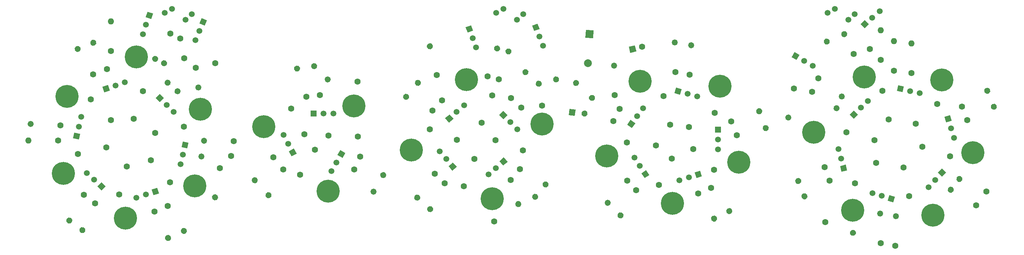
<source format=gbr>
%TF.GenerationSoftware,KiCad,Pcbnew,(5.1.7)-1*%
%TF.CreationDate,2021-06-30T17:19:35-05:00*%
%TF.ProjectId,ROLZRSTRIP,524f4c5a-5253-4545-9249-502e6b696361,rev?*%
%TF.SameCoordinates,Original*%
%TF.FileFunction,Copper,L2,Bot*%
%TF.FilePolarity,Positive*%
%FSLAX46Y46*%
G04 Gerber Fmt 4.6, Leading zero omitted, Abs format (unit mm)*
G04 Created by KiCad (PCBNEW (5.1.7)-1) date 2021-06-30 17:19:35*
%MOMM*%
%LPD*%
G01*
G04 APERTURE LIST*
%TA.AperFunction,ComponentPad*%
%ADD10C,5.900000*%
%TD*%
%TA.AperFunction,ComponentPad*%
%ADD11C,1.600000*%
%TD*%
%TA.AperFunction,ComponentPad*%
%ADD12C,0.100000*%
%TD*%
%TA.AperFunction,ComponentPad*%
%ADD13C,1.500000*%
%TD*%
%TA.AperFunction,ComponentPad*%
%ADD14C,2.000000*%
%TD*%
%TA.AperFunction,ComponentPad*%
%ADD15O,1.600000X1.600000*%
%TD*%
%TA.AperFunction,ComponentPad*%
%ADD16R,1.500000X1.500000*%
%TD*%
G04 APERTURE END LIST*
D10*
%TO.P,REF\u002A\u002A,*%
%TO.N,*%
X254640000Y-147160000D03*
%TD*%
%TO.P,REF\u002A\u002A,*%
%TO.N,*%
X256890000Y-112360000D03*
%TD*%
%TO.P,REF\u002A\u002A,*%
%TO.N,*%
X237030000Y-111540000D03*
%TD*%
%TO.P,REF\u002A\u002A,*%
%TO.N,*%
X264900000Y-131000000D03*
%TD*%
%TO.P,REF\u002A\u002A,*%
%TO.N,*%
X234050000Y-145890000D03*
%TD*%
%TO.P,REF\u002A\u002A,*%
%TO.N,*%
X224090000Y-125790000D03*
%TD*%
%TO.P,REF\u002A\u002A,*%
%TO.N,*%
X179580000Y-112700000D03*
%TD*%
%TO.P,REF\u002A\u002A,*%
%TO.N,*%
X200050000Y-113910000D03*
%TD*%
%TO.P,REF\u002A\u002A,*%
%TO.N,*%
X187880000Y-144100000D03*
%TD*%
%TO.P,REF\u002A\u002A,*%
%TO.N,*%
X170960000Y-131860000D03*
%TD*%
%TO.P,REF\u002A\u002A,*%
%TO.N,*%
X204880000Y-133510000D03*
%TD*%
%TO.P,REF\u002A\u002A,*%
%TO.N,*%
X141580000Y-142870000D03*
%TD*%
%TO.P,REF\u002A\u002A,*%
%TO.N,*%
X120850000Y-130360000D03*
%TD*%
%TO.P,REF\u002A\u002A,*%
%TO.N,*%
X135010000Y-112250000D03*
%TD*%
%TO.P,REF\u002A\u002A,*%
%TO.N,*%
X154370000Y-123680000D03*
%TD*%
%TO.P,REF\u002A\u002A,*%
%TO.N,*%
X99550000Y-140980000D03*
%TD*%
%TO.P,REF\u002A\u002A,*%
%TO.N,*%
X66810000Y-119890000D03*
%TD*%
%TO.P,REF\u002A\u002A,*%
%TO.N,*%
X106160000Y-119000000D03*
%TD*%
%TO.P,REF\u002A\u002A,*%
%TO.N,*%
X32600000Y-116570000D03*
%TD*%
%TO.P,REF\u002A\u002A,*%
%TO.N,*%
X50370000Y-106410000D03*
%TD*%
%TO.P,REF\u002A\u002A,*%
%TO.N,*%
X83060000Y-124370000D03*
%TD*%
%TO.P,REF\u002A\u002A,*%
%TO.N,*%
X47590000Y-147900000D03*
%TD*%
%TO.P,REF\u002A\u002A,*%
%TO.N,*%
X31620000Y-136390000D03*
%TD*%
%TO.P,REF\u002A\u002A,*%
%TO.N,*%
X65360000Y-139580000D03*
%TD*%
%TO.P,REF\u002A\u002A,2*%
%TO.N,N/C*%
%TA.AperFunction,ComponentPad*%
G36*
G01*
X100226613Y-112244261D02*
X100226613Y-112244261D01*
G75*
G02*
X99372757Y-112986507I-798051J55805D01*
G01*
X99372757Y-112986507D01*
G75*
G02*
X98630511Y-112132651I55805J798051D01*
G01*
X98630511Y-112132651D01*
G75*
G02*
X99484367Y-111390405I798051J-55805D01*
G01*
X99484367Y-111390405D01*
G75*
G02*
X100226613Y-112244261I-55805J-798051D01*
G01*
G37*
%TD.AperFunction*%
D11*
%TO.P,REF\u002A\u002A,1*%
X107030000Y-112720000D03*
%TD*%
%TO.P,REF\u002A\u002A,1*%
%TO.N,N/C*%
X128730000Y-117550000D03*
%TO.P,REF\u002A\u002A,2*%
%TA.AperFunction,ComponentPad*%
G36*
G01*
X123212505Y-113541304D02*
X123212505Y-113541304D01*
G75*
G02*
X122095063Y-113718290I-647214J470228D01*
G01*
X122095063Y-113718290D01*
G75*
G02*
X121918077Y-112600848I470228J647214D01*
G01*
X121918077Y-112600848D01*
G75*
G02*
X123035519Y-112423862I647214J-470228D01*
G01*
X123035519Y-112423862D01*
G75*
G02*
X123212505Y-113541304I-470228J-647214D01*
G01*
G37*
%TD.AperFunction*%
%TD*%
%TO.P,REF\u002A\u002A,1*%
%TO.N,N/C*%
X88060000Y-135370000D03*
%TO.P,REF\u002A\u002A,2*%
%TA.AperFunction,ComponentPad*%
G36*
G01*
X84650000Y-141276294D02*
X84650000Y-141276294D01*
G75*
G02*
X84942820Y-142369114I-400000J-692820D01*
G01*
X84942820Y-142369114D01*
G75*
G02*
X83850000Y-142661934I-692820J400000D01*
G01*
X83850000Y-142661934D01*
G75*
G02*
X83557180Y-141569114I400000J692820D01*
G01*
X83557180Y-141569114D01*
G75*
G02*
X84650000Y-141276294I692820J-400000D01*
G01*
G37*
%TD.AperFunction*%
%TD*%
%TA.AperFunction,ComponentPad*%
D12*
%TO.P,REF\u002A\u002A,1*%
%TO.N,N/C*%
G36*
X66486573Y-97787330D02*
G01*
X67072670Y-96406573D01*
X68453427Y-96992670D01*
X67867330Y-98373427D01*
X66486573Y-97787330D01*
G37*
%TD.AperFunction*%
D13*
%TO.P,REF\u002A\u002A,3*%
X65485086Y-102066165D03*
%TO.P,REF\u002A\u002A,2*%
X66477543Y-99728082D03*
%TD*%
%TO.P,REF\u002A\u002A,2*%
%TO.N,N/C*%
%TA.AperFunction,ComponentPad*%
G36*
G01*
X172890975Y-109431039D02*
X172890975Y-109431039D01*
G75*
G02*
X172077135Y-108645123I-13962J799878D01*
G01*
X172077135Y-108645123D01*
G75*
G02*
X172863051Y-107831283I799878J13962D01*
G01*
X172863051Y-107831283D01*
G75*
G02*
X173676891Y-108617199I13962J-799878D01*
G01*
X173676891Y-108617199D01*
G75*
G02*
X172890975Y-109431039I-799878J-13962D01*
G01*
G37*
%TD.AperFunction*%
D11*
%TO.P,REF\u002A\u002A,1*%
X173010000Y-116250000D03*
%TD*%
%TA.AperFunction,ComponentPad*%
D12*
%TO.P,REF\u002A\u002A,1*%
%TO.N,N/C*%
G36*
X54264945Y-140548470D02*
G01*
X55691530Y-140084945D01*
X56155055Y-141511530D01*
X54728470Y-141975055D01*
X54264945Y-140548470D01*
G37*
%TD.AperFunction*%
D13*
%TO.P,REF\u002A\u002A,3*%
X50378633Y-142599806D03*
%TO.P,REF\u002A\u002A,2*%
X52794316Y-141814903D03*
%TD*%
%TA.AperFunction,ComponentPad*%
D12*
%TO.P,REF\u002A\u002A,1*%
%TO.N,N/C*%
G36*
X35929491Y-126217936D02*
G01*
X35592064Y-127679491D01*
X34130509Y-127342064D01*
X34467936Y-125880509D01*
X35929491Y-126217936D01*
G37*
%TD.AperFunction*%
D13*
%TO.P,REF\u002A\u002A,3*%
X36172751Y-121830200D03*
%TO.P,REF\u002A\u002A,2*%
X35601376Y-124305100D03*
%TD*%
%TO.P,REF\u002A\u002A,2*%
%TO.N,N/C*%
%TA.AperFunction,ComponentPad*%
G36*
G01*
X122851304Y-141947495D02*
X122851304Y-141947495D01*
G75*
G02*
X123028290Y-143064937I-470228J-647214D01*
G01*
X123028290Y-143064937D01*
G75*
G02*
X121910848Y-143241923I-647214J470228D01*
G01*
X121910848Y-143241923D01*
G75*
G02*
X121733862Y-142124481I470228J647214D01*
G01*
X121733862Y-142124481D01*
G75*
G02*
X122851304Y-141947495I647214J-470228D01*
G01*
G37*
%TD.AperFunction*%
D11*
%TO.P,REF\u002A\u002A,1*%
X126860000Y-136430000D03*
%TD*%
D13*
%TO.P,REF\u002A\u002A,*%
%TO.N,*%
X59530000Y-94020000D03*
%TD*%
%TO.P,REF\u002A\u002A,2*%
%TO.N,N/C*%
%TA.AperFunction,ComponentPad*%
G36*
G01*
X81208035Y-137500135D02*
X81208035Y-137500135D01*
G75*
G02*
X81326296Y-138625308I-503456J-621717D01*
G01*
X81326296Y-138625308D01*
G75*
G02*
X80201123Y-138743569I-621717J503456D01*
G01*
X80201123Y-138743569D01*
G75*
G02*
X80082862Y-137618396I503456J621717D01*
G01*
X80082862Y-137618396D01*
G75*
G02*
X81208035Y-137500135I621717J-503456D01*
G01*
G37*
%TD.AperFunction*%
D11*
%TO.P,REF\u002A\u002A,1*%
X85500000Y-132200000D03*
%TD*%
D13*
%TO.P,REF\u002A\u002A,2*%
%TO.N,N/C*%
X52843057Y-98121617D03*
%TO.P,REF\u002A\u002A,3*%
X52016114Y-100523234D03*
%TA.AperFunction,ComponentPad*%
D12*
%TO.P,REF\u002A\u002A,1*%
G36*
X52716685Y-96184963D02*
G01*
X53205037Y-94766685D01*
X54623315Y-95255037D01*
X54134963Y-96673315D01*
X52716685Y-96184963D01*
G37*
%TD.AperFunction*%
%TD*%
D11*
%TO.P,REF\u002A\u002A,1*%
%TO.N,N/C*%
X54060000Y-132980000D03*
%TO.P,REF\u002A\u002A,2*%
X58980443Y-138640322D03*
%TD*%
%TO.P,REF\u002A\u002A,1*%
%TO.N,N/C*%
X93470000Y-126330000D03*
%TO.P,REF\u002A\u002A,2*%
X90065071Y-119647451D03*
%TD*%
%TO.P,REF\u002A\u002A,1*%
%TO.N,N/C*%
X188570000Y-110290000D03*
%TO.P,REF\u002A\u002A,2*%
%TA.AperFunction,ComponentPad*%
G36*
G01*
X188450975Y-103471039D02*
X188450975Y-103471039D01*
G75*
G02*
X187637135Y-102685123I-13962J799878D01*
G01*
X187637135Y-102685123D01*
G75*
G02*
X188423051Y-101871283I799878J13962D01*
G01*
X188423051Y-101871283D01*
G75*
G02*
X189236891Y-102657199I13962J-799878D01*
G01*
X189236891Y-102657199D01*
G75*
G02*
X188450975Y-103471039I-799878J-13962D01*
G01*
G37*
%TD.AperFunction*%
%TD*%
%TA.AperFunction,ComponentPad*%
D12*
%TO.P,REF\u002A\u002A,1*%
%TO.N,N/C*%
G36*
X56340000Y-118030660D02*
G01*
X55279340Y-116970000D01*
X56340000Y-115909340D01*
X57400660Y-116970000D01*
X56340000Y-118030660D01*
G37*
%TD.AperFunction*%
D13*
%TO.P,REF\u002A\u002A,3*%
X59932102Y-120562102D03*
%TO.P,REF\u002A\u002A,2*%
X58136051Y-118766051D03*
%TD*%
%TO.P,REF\u002A\u002A,2*%
%TO.N,N/C*%
%TA.AperFunction,ComponentPad*%
G36*
G01*
X192606931Y-104189347D02*
X192606931Y-104189347D01*
G75*
G02*
X191849896Y-103348574I41869J798904D01*
G01*
X191849896Y-103348574D01*
G75*
G02*
X192690669Y-102591539I798904J-41869D01*
G01*
X192690669Y-102591539D01*
G75*
G02*
X193447704Y-103432312I-41869J-798904D01*
G01*
X193447704Y-103432312D01*
G75*
G02*
X192606931Y-104189347I-798904J41869D01*
G01*
G37*
%TD.AperFunction*%
D11*
%TO.P,REF\u002A\u002A,1*%
X192250000Y-111000000D03*
%TD*%
%TO.P,REF\u002A\u002A,1*%
%TO.N,N/C*%
X178570000Y-140710000D03*
%TO.P,REF\u002A\u002A,2*%
%TA.AperFunction,ComponentPad*%
G36*
G01*
X174955950Y-146493688D02*
X174955950Y-146493688D01*
G75*
G02*
X175210453Y-147596061I-423935J-678438D01*
G01*
X175210453Y-147596061D01*
G75*
G02*
X174108080Y-147850564I-678438J423935D01*
G01*
X174108080Y-147850564D01*
G75*
G02*
X173853577Y-146748191I423935J678438D01*
G01*
X173853577Y-146748191D01*
G75*
G02*
X174955950Y-146493688I678438J-423935D01*
G01*
G37*
%TD.AperFunction*%
%TD*%
%TO.P,REF\u002A\u002A,2*%
%TO.N,N/C*%
X125578147Y-125002240D03*
%TO.P,REF\u002A\u002A,1*%
X132580000Y-127690000D03*
%TD*%
D13*
%TO.P,REF\u002A\u002A,*%
%TO.N,*%
X62970000Y-96790000D03*
%TD*%
D11*
%TO.P,REF\u002A\u002A,1*%
%TO.N,N/C*%
X129390000Y-138900000D03*
%TO.P,REF\u002A\u002A,2*%
%TA.AperFunction,ComponentPad*%
G36*
G01*
X126083599Y-144864906D02*
X126083599Y-144864906D01*
G75*
G02*
X126395447Y-145952450I-387848J-699696D01*
G01*
X126395447Y-145952450D01*
G75*
G02*
X125307903Y-146264298I-699696J387848D01*
G01*
X125307903Y-146264298D01*
G75*
G02*
X124996055Y-145176754I387848J699696D01*
G01*
X124996055Y-145176754D01*
G75*
G02*
X126083599Y-144864906I699696J-387848D01*
G01*
G37*
%TD.AperFunction*%
%TD*%
%TO.P,REF\u002A\u002A,1*%
%TO.N,N/C*%
X202940000Y-122980000D03*
%TO.P,REF\u002A\u002A,2*%
%TA.AperFunction,ComponentPad*%
G36*
G01*
X209348704Y-120647423D02*
X209348704Y-120647423D01*
G75*
G02*
X209826842Y-119622053I751754J273616D01*
G01*
X209826842Y-119622053D01*
G75*
G02*
X210852212Y-120100191I273616J-751754D01*
G01*
X210852212Y-120100191D01*
G75*
G02*
X210374074Y-121125561I-751754J-273616D01*
G01*
X210374074Y-121125561D01*
G75*
G02*
X209348704Y-120647423I-273616J751754D01*
G01*
G37*
%TD.AperFunction*%
%TD*%
D13*
%TO.P,REF\u002A\u002A,2*%
%TO.N,N/C*%
X62290000Y-131500000D03*
%TO.P,REF\u002A\u002A,3*%
X61718625Y-133974900D03*
%TA.AperFunction,ComponentPad*%
D12*
%TO.P,REF\u002A\u002A,1*%
G36*
X61961885Y-129587164D02*
G01*
X62299312Y-128125609D01*
X63760867Y-128463036D01*
X63423440Y-129924591D01*
X61961885Y-129587164D01*
G37*
%TD.AperFunction*%
%TD*%
D13*
%TO.P,REF\u002A\u002A,2*%
%TO.N,N/C*%
X44981617Y-113733057D03*
%TO.P,REF\u002A\u002A,3*%
X47383234Y-112906114D03*
%TA.AperFunction,ComponentPad*%
D12*
%TO.P,REF\u002A\u002A,1*%
G36*
X43533315Y-115024963D02*
G01*
X42115037Y-115513315D01*
X41626685Y-114095037D01*
X43044963Y-113606685D01*
X43533315Y-115024963D01*
G37*
%TD.AperFunction*%
%TD*%
%TO.P,REF\u002A\u002A,2*%
%TO.N,N/C*%
%TA.AperFunction,ComponentPad*%
G36*
G01*
X110664323Y-140467119D02*
X110664323Y-140467119D01*
G75*
G02*
X111792938Y-140546040I524847J-603768D01*
G01*
X111792938Y-140546040D01*
G75*
G02*
X111714017Y-141674655I-603768J-524847D01*
G01*
X111714017Y-141674655D01*
G75*
G02*
X110585402Y-141595734I-524847J603768D01*
G01*
X110585402Y-141595734D01*
G75*
G02*
X110664323Y-140467119I603768J524847D01*
G01*
G37*
%TD.AperFunction*%
D11*
%TO.P,REF\u002A\u002A,1*%
X106190000Y-135320000D03*
%TD*%
D13*
%TO.P,REF\u002A\u002A,*%
%TO.N,*%
X64600000Y-95370000D03*
%TD*%
%TO.P,REF\u002A\u002A,2*%
%TO.N,N/C*%
%TA.AperFunction,ComponentPad*%
G36*
G01*
X149756401Y-111015094D02*
X149756401Y-111015094D01*
G75*
G02*
X149444553Y-109927550I387848J699696D01*
G01*
X149444553Y-109927550D01*
G75*
G02*
X150532097Y-109615702I699696J-387848D01*
G01*
X150532097Y-109615702D01*
G75*
G02*
X150843945Y-110703246I-387848J-699696D01*
G01*
X150843945Y-110703246D01*
G75*
G02*
X149756401Y-111015094I-699696J387848D01*
G01*
G37*
%TD.AperFunction*%
D11*
%TO.P,REF\u002A\u002A,1*%
X146450000Y-116980000D03*
%TD*%
%TO.P,REF\u002A\u002A,2*%
%TO.N,N/C*%
%TA.AperFunction,ComponentPad*%
G36*
G01*
X198104050Y-147313688D02*
X198104050Y-147313688D01*
G75*
G02*
X199206423Y-147568191I423935J-678438D01*
G01*
X199206423Y-147568191D01*
G75*
G02*
X198951920Y-148670564I-678438J-423935D01*
G01*
X198951920Y-148670564D01*
G75*
G02*
X197849547Y-148416061I-423935J678438D01*
G01*
X197849547Y-148416061D01*
G75*
G02*
X198104050Y-147313688I678438J423935D01*
G01*
G37*
%TD.AperFunction*%
%TO.P,REF\u002A\u002A,1*%
X194490000Y-141530000D03*
%TD*%
%TO.P,REF\u002A\u002A,1*%
%TO.N,N/C*%
X149080000Y-119450000D03*
%TO.P,REF\u002A\u002A,2*%
%TA.AperFunction,ComponentPad*%
G36*
G01*
X153088696Y-113932505D02*
X153088696Y-113932505D01*
G75*
G02*
X152911710Y-112815063I470228J647214D01*
G01*
X152911710Y-112815063D01*
G75*
G02*
X154029152Y-112638077I647214J-470228D01*
G01*
X154029152Y-112638077D01*
G75*
G02*
X154206138Y-113755519I-470228J-647214D01*
G01*
X154206138Y-113755519D01*
G75*
G02*
X153088696Y-113932505I-647214J470228D01*
G01*
G37*
%TD.AperFunction*%
%TD*%
%TO.P,REF\u002A\u002A,1*%
%TO.N,N/C*%
X239650000Y-127850000D03*
%TO.P,REF\u002A\u002A,2*%
X232440537Y-125782720D03*
%TD*%
D13*
%TO.P,REF\u002A\u002A,2*%
%TO.N,N/C*%
X39502412Y-137990408D03*
%TO.P,REF\u002A\u002A,3*%
X37614824Y-136290817D03*
%TA.AperFunction,ComponentPad*%
D12*
%TO.P,REF\u002A\u002A,1*%
G36*
X41334489Y-138630793D02*
G01*
X42449207Y-139634489D01*
X41445511Y-140749207D01*
X40330793Y-139745511D01*
X41334489Y-138630793D01*
G37*
%TD.AperFunction*%
%TD*%
D13*
%TO.P,REF\u002A\u002A,*%
%TO.N,*%
X57660000Y-95080000D03*
%TD*%
%TO.P,REF\u002A\u002A,2*%
%TO.N,N/C*%
%TA.AperFunction,ComponentPad*%
G36*
G01*
X210997416Y-124910093D02*
X210997416Y-124910093D01*
G75*
G02*
X211580115Y-123940318I776237J193538D01*
G01*
X211580115Y-123940318D01*
G75*
G02*
X212549890Y-124523017I193538J-776237D01*
G01*
X212549890Y-124523017D01*
G75*
G02*
X211967191Y-125492792I-776237J-193538D01*
G01*
X211967191Y-125492792D01*
G75*
G02*
X210997416Y-124910093I-193538J776237D01*
G01*
G37*
%TD.AperFunction*%
D11*
%TO.P,REF\u002A\u002A,1*%
X204380000Y-126560000D03*
%TD*%
D14*
%TO.P,REF\u002A\u002A,*%
%TO.N,*%
X166190000Y-108020000D03*
%TD*%
%TO.P,REF\u002A\u002A,2*%
%TO.N,N/C*%
%TA.AperFunction,ComponentPad*%
G36*
G01*
X166062386Y-121174854D02*
X166062386Y-121174854D01*
G75*
G02*
X165082590Y-121740540I-772741J207055D01*
G01*
X165082590Y-121740540D01*
G75*
G02*
X164516904Y-120760744I207055J772741D01*
G01*
X164516904Y-120760744D01*
G75*
G02*
X165496700Y-120195058I772741J-207055D01*
G01*
X165496700Y-120195058D01*
G75*
G02*
X166062386Y-121174854I-207055J-772741D01*
G01*
G37*
%TD.AperFunction*%
D11*
%TO.P,REF\u002A\u002A,1*%
X172650000Y-122940000D03*
%TD*%
%TO.P,REF\u002A\u002A,1*%
%TO.N,N/C*%
X107750000Y-132010000D03*
%TO.P,REF\u002A\u002A,2*%
%TA.AperFunction,ComponentPad*%
G36*
G01*
X113050135Y-136301965D02*
X113050135Y-136301965D01*
G75*
G02*
X114175308Y-136183704I621717J-503456D01*
G01*
X114175308Y-136183704D01*
G75*
G02*
X114293569Y-137308877I-503456J-621717D01*
G01*
X114293569Y-137308877D01*
G75*
G02*
X113168396Y-137427138I-621717J503456D01*
G01*
X113168396Y-137427138D01*
G75*
G02*
X113050135Y-136301965I503456J621717D01*
G01*
G37*
%TD.AperFunction*%
%TD*%
%TO.P,REF\u002A\u002A,1*%
%TO.N,N/C*%
X197730000Y-140060000D03*
%TO.P,REF\u002A\u002A,2*%
%TA.AperFunction,ComponentPad*%
G36*
G01*
X201928811Y-145434233D02*
X201928811Y-145434233D01*
G75*
G02*
X203051749Y-145572113I492529J-630409D01*
G01*
X203051749Y-145572113D01*
G75*
G02*
X202913869Y-146695051I-630409J-492529D01*
G01*
X202913869Y-146695051D01*
G75*
G02*
X201790931Y-146557171I-492529J630409D01*
G01*
X201790931Y-146557171D01*
G75*
G02*
X201928811Y-145434233I630409J492529D01*
G01*
G37*
%TD.AperFunction*%
%TD*%
D13*
%TO.P,REF\u002A\u002A,2*%
%TO.N,N/C*%
X231092600Y-132586548D03*
%TO.P,REF\u002A\u002A,3*%
X230435199Y-130133097D03*
%TA.AperFunction,ComponentPad*%
D12*
%TO.P,REF\u002A\u002A,1*%
G36*
X232280330Y-134121441D02*
G01*
X232668559Y-135570330D01*
X231219670Y-135958559D01*
X230831441Y-134509670D01*
X232280330Y-134121441D01*
G37*
%TD.AperFunction*%
%TD*%
D13*
%TO.P,REF\u002A\u002A,2*%
%TO.N,N/C*%
X178808610Y-121621466D03*
%TO.P,REF\u002A\u002A,3*%
X180337220Y-119592932D03*
%TA.AperFunction,ComponentPad*%
D12*
%TO.P,REF\u002A\u002A,1*%
G36*
X178330338Y-123502385D02*
G01*
X177427615Y-124700338D01*
X176229662Y-123797615D01*
X177132385Y-122599662D01*
X178330338Y-123502385D01*
G37*
%TD.AperFunction*%
%TD*%
D11*
%TO.P,REF\u002A\u002A,1*%
%TO.N,N/C*%
X193200000Y-130100000D03*
%TO.P,REF\u002A\u002A,2*%
X198503301Y-135403301D03*
%TD*%
%TA.AperFunction,ComponentPad*%
D12*
%TO.P,REF\u002A\u002A,1*%
%TO.N,N/C*%
G36*
X255910793Y-136235511D02*
G01*
X256914489Y-135120793D01*
X258029207Y-136124489D01*
X257025511Y-137239207D01*
X255910793Y-136235511D01*
G37*
%TD.AperFunction*%
D13*
%TO.P,REF\u002A\u002A,3*%
X253570817Y-139955176D03*
%TO.P,REF\u002A\u002A,2*%
X255270408Y-138067588D03*
%TD*%
D11*
%TO.P,REF\u002A\u002A,1*%
%TO.N,N/C*%
X55010000Y-146180000D03*
%TO.P,REF\u002A\u002A,2*%
%TA.AperFunction,ComponentPad*%
G36*
G01*
X58106216Y-152256665D02*
X58106216Y-152256665D01*
G75*
G02*
X59182213Y-152606278I363192J-712805D01*
G01*
X59182213Y-152606278D01*
G75*
G02*
X58832600Y-153682275I-712805J-363192D01*
G01*
X58832600Y-153682275D01*
G75*
G02*
X57756603Y-153332662I-363192J712805D01*
G01*
X57756603Y-153332662D01*
G75*
G02*
X58106216Y-152256665I712805J363192D01*
G01*
G37*
%TD.AperFunction*%
%TD*%
%TO.P,REF\u002A\u002A,1*%
%TO.N,N/C*%
X71730000Y-135000000D03*
%TO.P,REF\u002A\u002A,2*%
%TA.AperFunction,ComponentPad*%
G36*
G01*
X70663117Y-141736034D02*
X70663117Y-141736034D01*
G75*
G02*
X71328120Y-142651333I-125148J-790151D01*
G01*
X71328120Y-142651333D01*
G75*
G02*
X70412821Y-143316336I-790151J125148D01*
G01*
X70412821Y-143316336D01*
G75*
G02*
X69747818Y-142401037I125148J790151D01*
G01*
X69747818Y-142401037D01*
G75*
G02*
X70663117Y-141736034I790151J-125148D01*
G01*
G37*
%TD.AperFunction*%
%TD*%
%TO.P,REF\u002A\u002A,1*%
%TO.N,N/C*%
X174270000Y-119790000D03*
%TO.P,REF\u002A\u002A,2*%
%TA.AperFunction,ComponentPad*%
G36*
G01*
X167946606Y-117235183D02*
X167946606Y-117235183D01*
G75*
G02*
X166905174Y-117677245I-741747J299685D01*
G01*
X166905174Y-117677245D01*
G75*
G02*
X166463112Y-116635813I299685J741747D01*
G01*
X166463112Y-116635813D01*
G75*
G02*
X167504544Y-116193751I741747J-299685D01*
G01*
X167504544Y-116193751D01*
G75*
G02*
X167946606Y-117235183I-299685J-741747D01*
G01*
G37*
%TD.AperFunction*%
%TD*%
D15*
%TO.P,REF\u002A\u002A,2*%
%TO.N,N/C*%
X43820000Y-97290000D03*
D11*
%TO.P,REF\u002A\u002A,1*%
X43820000Y-104910000D03*
%TD*%
%TO.P,REF\u002A\u002A,2*%
%TO.N,N/C*%
%TA.AperFunction,ComponentPad*%
G36*
G01*
X151976617Y-141931791D02*
X151976617Y-141931791D01*
G75*
G02*
X153090800Y-141735330I655322J-458861D01*
G01*
X153090800Y-141735330D01*
G75*
G02*
X153287261Y-142849513I-458861J-655322D01*
G01*
X153287261Y-142849513D01*
G75*
G02*
X152173078Y-143045974I-655322J458861D01*
G01*
X152173078Y-143045974D01*
G75*
G02*
X151976617Y-141931791I458861J655322D01*
G01*
G37*
%TD.AperFunction*%
%TO.P,REF\u002A\u002A,1*%
X146390000Y-138020000D03*
%TD*%
D16*
%TO.P,REF\u002A\u002A,1*%
%TO.N,N/C*%
X95810000Y-120970000D03*
D13*
%TO.P,REF\u002A\u002A,3*%
X100890000Y-120970000D03*
%TO.P,REF\u002A\u002A,2*%
X98350000Y-120970000D03*
%TD*%
%TA.AperFunction,ComponentPad*%
D12*
%TO.P,REF\u002A\u002A,1*%
%TO.N,N/C*%
G36*
X144471489Y-122390499D02*
G01*
X143429501Y-121311489D01*
X144508511Y-120269501D01*
X145550499Y-121348511D01*
X144471489Y-122390499D01*
G37*
%TD.AperFunction*%
D13*
%TO.P,REF\u002A\u002A,3*%
X148018865Y-124984246D03*
%TO.P,REF\u002A\u002A,2*%
X146254432Y-123157123D03*
%TD*%
%TO.P,REF\u002A\u002A,2*%
%TO.N,N/C*%
X129827319Y-132674247D03*
%TO.P,REF\u002A\u002A,3*%
X128194639Y-130728494D03*
%TA.AperFunction,ComponentPad*%
D12*
%TO.P,REF\u002A\u002A,1*%
G36*
X131552443Y-133563376D02*
G01*
X132516624Y-134712443D01*
X131367557Y-135676624D01*
X130403376Y-134527557D01*
X131552443Y-133563376D01*
G37*
%TD.AperFunction*%
%TD*%
D16*
%TO.P,REF\u002A\u002A,1*%
%TO.N,N/C*%
X199500000Y-125130000D03*
D13*
%TO.P,REF\u002A\u002A,3*%
X199500000Y-130210000D03*
%TO.P,REF\u002A\u002A,2*%
X199500000Y-127670000D03*
%TD*%
%TA.AperFunction,ComponentPad*%
D12*
%TO.P,REF\u002A\u002A,1*%
%TO.N,N/C*%
G36*
X131669207Y-122285511D02*
G01*
X130554489Y-123289207D01*
X129550793Y-122174489D01*
X130665511Y-121170793D01*
X131669207Y-122285511D01*
G37*
%TD.AperFunction*%
D13*
%TO.P,REF\u002A\u002A,3*%
X134385176Y-118830817D03*
%TO.P,REF\u002A\u002A,2*%
X132497588Y-120530408D03*
%TD*%
D11*
%TO.P,REF\u002A\u002A,2*%
%TO.N,N/C*%
X198649648Y-120773928D03*
%TO.P,REF\u002A\u002A,1*%
X192090000Y-124410000D03*
%TD*%
%TO.P,REF\u002A\u002A,1*%
%TO.N,N/C*%
X247130000Y-134860000D03*
%TO.P,REF\u002A\u002A,2*%
X248561067Y-142222204D03*
%TD*%
D13*
%TO.P,REF\u002A\u002A,2*%
%TO.N,N/C*%
X89257542Y-128737313D03*
%TO.P,REF\u002A\u002A,3*%
X88065084Y-126494626D03*
%TA.AperFunction,ComponentPad*%
D12*
%TO.P,REF\u002A\u002A,1*%
G36*
X90760107Y-129965686D02*
G01*
X91464314Y-131290107D01*
X90139893Y-131994314D01*
X89435686Y-130669893D01*
X90760107Y-129965686D01*
G37*
%TD.AperFunction*%
%TD*%
%TO.P,REF\u002A\u002A,2*%
%TO.N,N/C*%
%TA.AperFunction,ComponentPad*%
G36*
G01*
X35707440Y-105034119D02*
X35707440Y-105034119D01*
G75*
G02*
X34609676Y-104760415I-412030J685734D01*
G01*
X34609676Y-104760415D01*
G75*
G02*
X34883380Y-103662651I685734J412030D01*
G01*
X34883380Y-103662651D01*
G75*
G02*
X35981144Y-103936355I412030J-685734D01*
G01*
X35981144Y-103936355D01*
G75*
G02*
X35707440Y-105034119I-685734J-412030D01*
G01*
G37*
%TD.AperFunction*%
D11*
%TO.P,REF\u002A\u002A,1*%
X39220000Y-110880000D03*
%TD*%
D13*
%TO.P,REF\u002A\u002A,2*%
%TO.N,N/C*%
X192054316Y-137394903D03*
%TO.P,REF\u002A\u002A,3*%
X189638633Y-138179806D03*
%TA.AperFunction,ComponentPad*%
D12*
%TO.P,REF\u002A\u002A,1*%
G36*
X193524945Y-136128470D02*
G01*
X194951530Y-135664945D01*
X195415055Y-137091530D01*
X193988470Y-137555055D01*
X193524945Y-136128470D01*
G37*
%TD.AperFunction*%
%TD*%
%TA.AperFunction,ComponentPad*%
%TO.P,REF\u002A\u002A,1*%
%TO.N,N/C*%
G36*
X181112384Y-135508827D02*
G01*
X181951173Y-136752384D01*
X180707616Y-137591173D01*
X179868827Y-136347616D01*
X181112384Y-135508827D01*
G37*
%TD.AperFunction*%
D13*
%TO.P,REF\u002A\u002A,3*%
X178069300Y-132338489D03*
%TO.P,REF\u002A\u002A,2*%
X179489650Y-134444245D03*
%TD*%
%TO.P,REF\u002A\u002A,2*%
%TO.N,N/C*%
%TA.AperFunction,ComponentPad*%
G36*
G01*
X157621796Y-112888297D02*
X157621796Y-112888297D01*
G75*
G02*
X157291015Y-111806362I375577J706358D01*
G01*
X157291015Y-111806362D01*
G75*
G02*
X158372950Y-111475581I706358J-375577D01*
G01*
X158372950Y-111475581D01*
G75*
G02*
X158703731Y-112557516I-375577J-706358D01*
G01*
X158703731Y-112557516D01*
G75*
G02*
X157621796Y-112888297I-706358J375577D01*
G01*
G37*
%TD.AperFunction*%
D11*
%TO.P,REF\u002A\u002A,1*%
X154420000Y-118910000D03*
%TD*%
%TO.P,REF\u002A\u002A,2*%
%TO.N,N/C*%
%TA.AperFunction,ComponentPad*%
G36*
G01*
X96098682Y-109555303D02*
X96098682Y-109555303D01*
G75*
G02*
X95160733Y-108922648I-152647J785302D01*
G01*
X95160733Y-108922648D01*
G75*
G02*
X95793388Y-107984699I785302J152647D01*
G01*
X95793388Y-107984699D01*
G75*
G02*
X96731337Y-108617354I152647J-785302D01*
G01*
X96731337Y-108617354D01*
G75*
G02*
X96098682Y-109555303I-785302J-152647D01*
G01*
G37*
%TD.AperFunction*%
%TO.P,REF\u002A\u002A,1*%
X97400000Y-116250000D03*
%TD*%
D13*
%TO.P,REF\u002A\u002A,2*%
%TO.N,N/C*%
X191743452Y-115857400D03*
%TO.P,REF\u002A\u002A,3*%
X194196903Y-116514801D03*
%TA.AperFunction,ComponentPad*%
D12*
%TO.P,REF\u002A\u002A,1*%
G36*
X189820330Y-116118559D02*
G01*
X188371441Y-115730330D01*
X188759670Y-114281441D01*
X190208559Y-114669670D01*
X189820330Y-116118559D01*
G37*
%TD.AperFunction*%
%TD*%
%TA.AperFunction,ComponentPad*%
%TO.P,REF\u002A\u002A,1*%
%TO.N,N/C*%
G36*
X101925481Y-131644519D02*
G01*
X102675481Y-130345481D01*
X103974519Y-131095481D01*
X103224519Y-132394519D01*
X101925481Y-131644519D01*
G37*
%TD.AperFunction*%
D13*
%TO.P,REF\u002A\u002A,3*%
X100410000Y-135769409D03*
%TO.P,REF\u002A\u002A,2*%
X101680000Y-133569705D03*
%TD*%
D11*
%TO.P,REF\u002A\u002A,2*%
%TO.N,N/C*%
X92380000Y-136745191D03*
%TO.P,REF\u002A\u002A,1*%
X96130000Y-130250000D03*
%TD*%
%TO.P,REF\u002A\u002A,2*%
%TO.N,N/C*%
X180035739Y-103765195D03*
%TA.AperFunction,ComponentPad*%
D12*
%TO.P,REF\u002A\u002A,1*%
G36*
X177027301Y-105339774D02*
G01*
X176640226Y-103787301D01*
X178192699Y-103400226D01*
X178579774Y-104952699D01*
X177027301Y-105339774D01*
G37*
%TD.AperFunction*%
%TD*%
D13*
%TO.P,REF\u002A\u002A,2*%
%TO.N,N/C*%
X236177123Y-119465568D03*
%TO.P,REF\u002A\u002A,3*%
X238004246Y-117701135D03*
%TA.AperFunction,ComponentPad*%
D12*
%TO.P,REF\u002A\u002A,1*%
G36*
X235410499Y-121248511D02*
G01*
X234331489Y-122290499D01*
X233289501Y-121211489D01*
X234368511Y-120169501D01*
X235410499Y-121248511D01*
G37*
%TD.AperFunction*%
%TD*%
D13*
%TO.P,REF\u002A\u002A,*%
%TO.N,*%
X229530000Y-94020000D03*
%TD*%
D11*
%TO.P,REF\u002A\u002A,1*%
%TO.N,N/C*%
X49700000Y-122330000D03*
%TO.P,REF\u002A\u002A,2*%
X52017627Y-115197076D03*
%TD*%
%TA.AperFunction,ComponentPad*%
D12*
%TO.P,REF\u002A\u002A,1*%
%TO.N,N/C*%
G36*
X246862064Y-115489491D02*
G01*
X245400509Y-115152064D01*
X245737936Y-113690509D01*
X247199491Y-114027936D01*
X246862064Y-115489491D01*
G37*
%TD.AperFunction*%
D13*
%TO.P,REF\u002A\u002A,3*%
X251249800Y-115732751D03*
%TO.P,REF\u002A\u002A,2*%
X248774900Y-115161376D03*
%TD*%
D11*
%TO.P,REF\u002A\u002A,1*%
%TO.N,N/C*%
X140390000Y-111420000D03*
%TO.P,REF\u002A\u002A,2*%
%TA.AperFunction,ComponentPad*%
G36*
G01*
X142610374Y-104971563D02*
X142610374Y-104971563D01*
G75*
G02*
X142114414Y-103954693I260455J756415D01*
G01*
X142114414Y-103954693D01*
G75*
G02*
X143131284Y-103458733I756415J-260455D01*
G01*
X143131284Y-103458733D01*
G75*
G02*
X143627244Y-104475603I-260455J-756415D01*
G01*
X143627244Y-104475603D01*
G75*
G02*
X142610374Y-104971563I-756415J260455D01*
G01*
G37*
%TD.AperFunction*%
%TD*%
D13*
%TO.P,REF\u002A\u002A,*%
%TO.N,*%
X149600000Y-95370000D03*
%TD*%
D11*
%TO.P,REF\u002A\u002A,1*%
%TO.N,N/C*%
X244630000Y-109910000D03*
D15*
%TO.P,REF\u002A\u002A,2*%
X244630000Y-102290000D03*
%TD*%
%TA.AperFunction,ComponentPad*%
D12*
%TO.P,REF\u002A\u002A,*%
%TO.N,*%
G36*
X165500817Y-101447086D02*
G01*
X165622914Y-99450817D01*
X167619183Y-99572914D01*
X167497086Y-101569183D01*
X165500817Y-101447086D01*
G37*
%TD.AperFunction*%
%TD*%
D11*
%TO.P,REF\u002A\u002A,1*%
%TO.N,N/C*%
X75330000Y-128100000D03*
%TO.P,REF\u002A\u002A,2*%
%TA.AperFunction,ComponentPad*%
G36*
G01*
X68511039Y-127980975D02*
X68511039Y-127980975D01*
G75*
G02*
X67697199Y-128766891I-799878J13962D01*
G01*
X67697199Y-128766891D01*
G75*
G02*
X66911283Y-127953051I13962J799878D01*
G01*
X66911283Y-127953051D01*
G75*
G02*
X67725123Y-127167135I799878J-13962D01*
G01*
X67725123Y-127167135D01*
G75*
G02*
X68511039Y-127980975I-13962J-799878D01*
G01*
G37*
%TD.AperFunction*%
%TD*%
D15*
%TO.P,REF\u002A\u002A,2*%
%TO.N,N/C*%
X22660000Y-127900000D03*
D11*
%TO.P,REF\u002A\u002A,1*%
X30280000Y-127900000D03*
%TD*%
D15*
%TO.P,REF\u002A\u002A,2*%
%TO.N,N/C*%
X241300000Y-99530000D03*
D11*
%TO.P,REF\u002A\u002A,1*%
X241300000Y-107150000D03*
%TD*%
D13*
%TO.P,REF\u002A\u002A,2*%
%TO.N,N/C*%
X136628731Y-101586819D03*
%TO.P,REF\u002A\u002A,3*%
X137497462Y-103973639D03*
%TA.AperFunction,ComponentPad*%
D12*
%TO.P,REF\u002A\u002A,1*%
G36*
X135311746Y-100161285D02*
G01*
X134798715Y-98751746D01*
X136208254Y-98238715D01*
X136721285Y-99648254D01*
X135311746Y-100161285D01*
G37*
%TD.AperFunction*%
%TD*%
%TA.AperFunction,ComponentPad*%
%TO.P,REF\u002A\u002A,1*%
%TO.N,N/C*%
G36*
X238228076Y-98053988D02*
G01*
X237096012Y-99038076D01*
X236111924Y-97906012D01*
X237243988Y-96921924D01*
X238228076Y-98053988D01*
G37*
%TD.AperFunction*%
D13*
%TO.P,REF\u002A\u002A,3*%
X241003925Y-94647220D03*
%TO.P,REF\u002A\u002A,2*%
X239086962Y-96313610D03*
%TD*%
%TO.P,REF\u002A\u002A,2*%
%TO.N,N/C*%
X241560000Y-142150000D03*
%TO.P,REF\u002A\u002A,3*%
X239118396Y-141449881D03*
%TA.AperFunction,ComponentPad*%
D12*
%TO.P,REF\u002A\u002A,1*%
G36*
X243487387Y-141922445D02*
G01*
X244929279Y-142335901D01*
X244515823Y-143777793D01*
X243073931Y-143364337D01*
X243487387Y-141922445D01*
G37*
%TD.AperFunction*%
%TD*%
%TO.P,REF\u002A\u002A,2*%
%TO.N,N/C*%
%TA.AperFunction,ComponentPad*%
G36*
G01*
X57875562Y-107349734D02*
X57875562Y-107349734D01*
G75*
G02*
X58110787Y-108456381I-435711J-670936D01*
G01*
X58110787Y-108456381D01*
G75*
G02*
X57004140Y-108691606I-670936J435711D01*
G01*
X57004140Y-108691606D01*
G75*
G02*
X56768915Y-107584959I435711J670936D01*
G01*
X56768915Y-107584959D01*
G75*
G02*
X57875562Y-107349734I670936J-435711D01*
G01*
G37*
%TD.AperFunction*%
D11*
%TO.P,REF\u002A\u002A,1*%
X61590000Y-101630000D03*
%TD*%
%TO.P,REF\u002A\u002A,2*%
%TO.N,N/C*%
%TA.AperFunction,ComponentPad*%
G36*
G01*
X232606426Y-100916182D02*
X232606426Y-100916182D01*
G75*
G02*
X231513606Y-101209002I-692820J400000D01*
G01*
X231513606Y-101209002D01*
G75*
G02*
X231220786Y-100116182I400000J692820D01*
G01*
X231220786Y-100116182D01*
G75*
G02*
X232313606Y-99823362I692820J-400000D01*
G01*
X232313606Y-99823362D01*
G75*
G02*
X232606426Y-100916182I-400000J-692820D01*
G01*
G37*
%TD.AperFunction*%
%TO.P,REF\u002A\u002A,1*%
X238512720Y-104326182D03*
%TD*%
%TO.P,REF\u002A\u002A,2*%
%TO.N,N/C*%
%TA.AperFunction,ComponentPad*%
G36*
G01*
X217718682Y-121204697D02*
X217718682Y-121204697D01*
G75*
G02*
X218351337Y-122142646I-152647J-785302D01*
G01*
X218351337Y-122142646D01*
G75*
G02*
X217413388Y-122775301I-785302J152647D01*
G01*
X217413388Y-122775301D01*
G75*
G02*
X216780733Y-121837352I152647J785302D01*
G01*
X216780733Y-121837352D01*
G75*
G02*
X217718682Y-121204697I785302J-152647D01*
G01*
G37*
%TD.AperFunction*%
%TO.P,REF\u002A\u002A,1*%
X219020000Y-114510000D03*
%TD*%
%TO.P,REF\u002A\u002A,2*%
%TO.N,N/C*%
%TA.AperFunction,ComponentPad*%
G36*
G01*
X230644233Y-116078811D02*
X230644233Y-116078811D01*
G75*
G02*
X231767171Y-115940931I630409J-492529D01*
G01*
X231767171Y-115940931D01*
G75*
G02*
X231905051Y-117063869I-492529J-630409D01*
G01*
X231905051Y-117063869D01*
G75*
G02*
X230782113Y-117201749I-630409J492529D01*
G01*
X230782113Y-117201749D01*
G75*
G02*
X230644233Y-116078811I492529J630409D01*
G01*
G37*
%TD.AperFunction*%
%TO.P,REF\u002A\u002A,1*%
X225270000Y-111880000D03*
%TD*%
%TA.AperFunction,ComponentPad*%
D12*
%TO.P,REF\u002A\u002A,1*%
%TO.N,N/C*%
G36*
X152378591Y-99738961D02*
G01*
X151841039Y-98338591D01*
X153241409Y-97801039D01*
X153778961Y-99201409D01*
X152378591Y-99738961D01*
G37*
%TD.AperFunction*%
D13*
%TO.P,REF\u002A\u002A,3*%
X154630509Y-103512589D03*
%TO.P,REF\u002A\u002A,2*%
X153720255Y-101141294D03*
%TD*%
D11*
%TO.P,REF\u002A\u002A,1*%
%TO.N,N/C*%
X42770000Y-109530000D03*
%TO.P,REF\u002A\u002A,2*%
%TA.AperFunction,ComponentPad*%
G36*
G01*
X39673784Y-103453335D02*
X39673784Y-103453335D01*
G75*
G02*
X38597787Y-103103722I-363192J712805D01*
G01*
X38597787Y-103103722D01*
G75*
G02*
X38947400Y-102027725I712805J363192D01*
G01*
X38947400Y-102027725D01*
G75*
G02*
X40023397Y-102377338I363192J-712805D01*
G01*
X40023397Y-102377338D01*
G75*
G02*
X39673784Y-103453335I-712805J-363192D01*
G01*
G37*
%TD.AperFunction*%
%TD*%
D13*
%TO.P,REF\u002A\u002A,*%
%TO.N,*%
X234600000Y-95370000D03*
%TD*%
%TO.P,REF\u002A\u002A,2*%
%TO.N,N/C*%
%TA.AperFunction,ComponentPad*%
G36*
G01*
X269566665Y-119573784D02*
X269566665Y-119573784D01*
G75*
G02*
X269916278Y-118497787I712805J363192D01*
G01*
X269916278Y-118497787D01*
G75*
G02*
X270992275Y-118847400I363192J-712805D01*
G01*
X270992275Y-118847400D01*
G75*
G02*
X270642662Y-119923397I-712805J-363192D01*
G01*
X270642662Y-119923397D01*
G75*
G02*
X269566665Y-119573784I-363192J712805D01*
G01*
G37*
%TD.AperFunction*%
D11*
%TO.P,REF\u002A\u002A,1*%
X263490000Y-122670000D03*
%TD*%
%TO.P,REF\u002A\u002A,2*%
%TO.N,N/C*%
%TA.AperFunction,ComponentPad*%
G36*
G01*
X262168981Y-138137744D02*
X262168981Y-138137744D01*
G75*
G02*
X261105840Y-138524695I-725046J338095D01*
G01*
X261105840Y-138524695D01*
G75*
G02*
X260718889Y-137461554I338095J725046D01*
G01*
X260718889Y-137461554D01*
G75*
G02*
X261782030Y-137074603I725046J-338095D01*
G01*
X261782030Y-137074603D01*
G75*
G02*
X262168981Y-138137744I-338095J-725046D01*
G01*
G37*
%TD.AperFunction*%
%TO.P,REF\u002A\u002A,1*%
X268350000Y-141020000D03*
%TD*%
%TO.P,REF\u002A\u002A,2*%
%TO.N,N/C*%
%TA.AperFunction,ComponentPad*%
G36*
G01*
X125815834Y-104444796D02*
X125815834Y-104444796D01*
G75*
G02*
X124856377Y-103845261I-179961J779496D01*
G01*
X124856377Y-103845261D01*
G75*
G02*
X125455912Y-102885804I779496J179961D01*
G01*
X125455912Y-102885804D01*
G75*
G02*
X126415369Y-103485339I179961J-779496D01*
G01*
X126415369Y-103485339D01*
G75*
G02*
X125815834Y-104444796I-779496J-179961D01*
G01*
G37*
%TD.AperFunction*%
%TO.P,REF\u002A\u002A,1*%
X127350000Y-111090000D03*
%TD*%
%TO.P,REF\u002A\u002A,2*%
%TO.N,N/C*%
%TA.AperFunction,ComponentPad*%
G36*
G01*
X145520374Y-105741563D02*
X145520374Y-105741563D01*
G75*
G02*
X145024414Y-104724693I260455J756415D01*
G01*
X145024414Y-104724693D01*
G75*
G02*
X146041284Y-104228733I756415J-260455D01*
G01*
X146041284Y-104228733D01*
G75*
G02*
X146537244Y-105245603I-260455J-756415D01*
G01*
X146537244Y-105245603D01*
G75*
G02*
X145520374Y-105741563I-756415J260455D01*
G01*
G37*
%TD.AperFunction*%
%TO.P,REF\u002A\u002A,1*%
X143300000Y-112190000D03*
%TD*%
%TO.P,REF\u002A\u002A,2*%
%TO.N,N/C*%
%TA.AperFunction,ComponentPad*%
G36*
G01*
X233397019Y-151374070D02*
X233397019Y-151374070D01*
G75*
G02*
X234430577Y-150913900I746864J-286694D01*
G01*
X234430577Y-150913900D01*
G75*
G02*
X234890747Y-151947458I-286694J-746864D01*
G01*
X234890747Y-151947458D01*
G75*
G02*
X233857189Y-152407628I-746864J286694D01*
G01*
X233857189Y-152407628D01*
G75*
G02*
X233397019Y-151374070I286694J746864D01*
G01*
G37*
%TD.AperFunction*%
%TO.P,REF\u002A\u002A,1*%
X227030000Y-148930000D03*
%TD*%
%TO.P,REF\u002A\u002A,1*%
%TO.N,N/C*%
X262120000Y-119150000D03*
%TO.P,REF\u002A\u002A,2*%
%TA.AperFunction,ComponentPad*%
G36*
G01*
X267903688Y-115535950D02*
X267903688Y-115535950D01*
G75*
G02*
X268158191Y-114433577I678438J423935D01*
G01*
X268158191Y-114433577D01*
G75*
G02*
X269260564Y-114688080I423935J-678438D01*
G01*
X269260564Y-114688080D01*
G75*
G02*
X269006061Y-115790453I-678438J-423935D01*
G01*
X269006061Y-115790453D01*
G75*
G02*
X267903688Y-115535950I-423935J678438D01*
G01*
G37*
%TD.AperFunction*%
%TD*%
D13*
%TO.P,REF\u002A\u002A,2*%
%TO.N,N/C*%
X221629705Y-107440000D03*
%TO.P,REF\u002A\u002A,3*%
X223829409Y-108710000D03*
%TA.AperFunction,ComponentPad*%
D12*
%TO.P,REF\u002A\u002A,1*%
G36*
X219704519Y-107194519D02*
G01*
X218405481Y-106444519D01*
X219155481Y-105145481D01*
X220454519Y-105895481D01*
X219704519Y-107194519D01*
G37*
%TD.AperFunction*%
%TD*%
D15*
%TO.P,REF\u002A\u002A,2*%
%TO.N,N/C*%
X249170000Y-102940000D03*
D11*
%TO.P,REF\u002A\u002A,1*%
X249170000Y-110560000D03*
%TD*%
%TO.P,REF\u002A\u002A,1*%
%TO.N,N/C*%
X226840000Y-134740000D03*
%TO.P,REF\u002A\u002A,2*%
%TA.AperFunction,ComponentPad*%
G36*
G01*
X220818297Y-137941796D02*
X220818297Y-137941796D01*
G75*
G02*
X220487516Y-139023731I-706358J-375577D01*
G01*
X220487516Y-139023731D01*
G75*
G02*
X219405581Y-138692950I-375577J706358D01*
G01*
X219405581Y-138692950D01*
G75*
G02*
X219736362Y-137611015I706358J375577D01*
G01*
X219736362Y-137611015D01*
G75*
G02*
X220818297Y-137941796I375577J-706358D01*
G01*
G37*
%TD.AperFunction*%
%TD*%
%TO.P,REF\u002A\u002A,2*%
%TO.N,N/C*%
%TA.AperFunction,ComponentPad*%
G36*
G01*
X67831039Y-131999025D02*
X67831039Y-131999025D01*
G75*
G02*
X67045123Y-132812865I-799878J-13962D01*
G01*
X67045123Y-132812865D01*
G75*
G02*
X66231283Y-132026949I-13962J799878D01*
G01*
X66231283Y-132026949D01*
G75*
G02*
X67017199Y-131213109I799878J13962D01*
G01*
X67017199Y-131213109D01*
G75*
G02*
X67831039Y-131999025I13962J-799878D01*
G01*
G37*
%TD.AperFunction*%
%TO.P,REF\u002A\u002A,1*%
X74650000Y-131880000D03*
%TD*%
%TO.P,REF\u002A\u002A,1*%
%TO.N,N/C*%
X223620000Y-115330000D03*
%TO.P,REF\u002A\u002A,2*%
%TA.AperFunction,ComponentPad*%
G36*
G01*
X229274036Y-119143696D02*
X229274036Y-119143696D01*
G75*
G02*
X230384620Y-118927820I663230J-447354D01*
G01*
X230384620Y-118927820D01*
G75*
G02*
X230600496Y-120038404I-447354J-663230D01*
G01*
X230600496Y-120038404D01*
G75*
G02*
X229489912Y-120254280I-663230J447354D01*
G01*
X229489912Y-120254280D01*
G75*
G02*
X229274036Y-119143696I447354J663230D01*
G01*
G37*
%TD.AperFunction*%
%TD*%
%TO.P,REF\u002A\u002A,1*%
%TO.N,N/C*%
X241250000Y-154320000D03*
%TO.P,REF\u002A\u002A,2*%
%TA.AperFunction,ComponentPad*%
G36*
G01*
X241130975Y-147501039D02*
X241130975Y-147501039D01*
G75*
G02*
X240317135Y-146715123I-13962J799878D01*
G01*
X240317135Y-146715123D01*
G75*
G02*
X241103051Y-145901283I799878J13962D01*
G01*
X241103051Y-145901283D01*
G75*
G02*
X241916891Y-146687199I13962J-799878D01*
G01*
X241916891Y-146687199D01*
G75*
G02*
X241130975Y-147501039I-799878J-13962D01*
G01*
G37*
%TD.AperFunction*%
%TD*%
%TO.P,REF\u002A\u002A,1*%
%TO.N,N/C*%
X65610000Y-109220000D03*
%TO.P,REF\u002A\u002A,2*%
%TA.AperFunction,ComponentPad*%
G36*
G01*
X61411189Y-114594233D02*
X61411189Y-114594233D01*
G75*
G02*
X61549069Y-115717171I-492529J-630409D01*
G01*
X61549069Y-115717171D01*
G75*
G02*
X60426131Y-115855051I-630409J492529D01*
G01*
X60426131Y-115855051D01*
G75*
G02*
X60288251Y-114732113I492529J630409D01*
G01*
X60288251Y-114732113D01*
G75*
G02*
X61411189Y-114594233I630409J-492529D01*
G01*
G37*
%TD.AperFunction*%
%TD*%
%TO.P,REF\u002A\u002A,2*%
%TO.N,N/C*%
%TA.AperFunction,ComponentPad*%
G36*
G01*
X163010189Y-113888346D02*
X163010189Y-113888346D01*
G75*
G02*
X162321454Y-112990769I104421J793156D01*
G01*
X162321454Y-112990769D01*
G75*
G02*
X163219031Y-112302034I793156J-104421D01*
G01*
X163219031Y-112302034D01*
G75*
G02*
X163907766Y-113199611I-104421J-793156D01*
G01*
X163907766Y-113199611D01*
G75*
G02*
X163010189Y-113888346I-793156J104421D01*
G01*
G37*
%TD.AperFunction*%
%TA.AperFunction,ComponentPad*%
D12*
%TO.P,REF\u002A\u002A,1*%
G36*
X162808735Y-121547577D02*
G01*
X161222423Y-121338735D01*
X161431265Y-119752423D01*
X163017577Y-119961265D01*
X162808735Y-121547577D01*
G37*
%TD.AperFunction*%
%TD*%
D13*
%TO.P,REF\u002A\u002A,*%
%TO.N,*%
X232970000Y-96790000D03*
%TD*%
%TO.P,REF\u002A\u002A,*%
%TO.N,*%
X142660000Y-95080000D03*
%TD*%
D11*
%TO.P,REF\u002A\u002A,1*%
%TO.N,N/C*%
X234338539Y-105656353D03*
%TO.P,REF\u002A\u002A,2*%
%TA.AperFunction,ComponentPad*%
G36*
G01*
X228157520Y-102774097D02*
X228157520Y-102774097D01*
G75*
G02*
X227094379Y-103161048I-725046J338095D01*
G01*
X227094379Y-103161048D01*
G75*
G02*
X226707428Y-102097907I338095J725046D01*
G01*
X226707428Y-102097907D01*
G75*
G02*
X227770569Y-101710956I725046J-338095D01*
G01*
X227770569Y-101710956D01*
G75*
G02*
X228157520Y-102774097I-338095J-725046D01*
G01*
G37*
%TD.AperFunction*%
%TD*%
D13*
%TO.P,REF\u002A\u002A,*%
%TO.N,*%
X147970000Y-96790000D03*
%TD*%
%TO.P,REF\u002A\u002A,2*%
%TO.N,N/C*%
%TA.AperFunction,ComponentPad*%
G36*
G01*
X62094438Y-150489734D02*
X62094438Y-150489734D01*
G75*
G02*
X63201085Y-150724959I435711J-670936D01*
G01*
X63201085Y-150724959D01*
G75*
G02*
X62965860Y-151831606I-670936J-435711D01*
G01*
X62965860Y-151831606D01*
G75*
G02*
X61859213Y-151596381I-435711J670936D01*
G01*
X61859213Y-151596381D01*
G75*
G02*
X62094438Y-150489734I670936J435711D01*
G01*
G37*
%TD.AperFunction*%
D11*
%TO.P,REF\u002A\u002A,1*%
X58380000Y-144770000D03*
%TD*%
%TO.P,REF\u002A\u002A,2*%
%TO.N,N/C*%
%TA.AperFunction,ComponentPad*%
G36*
G01*
X120238297Y-117028204D02*
X120238297Y-117028204D01*
G75*
G02*
X119156362Y-117358985I-706358J375577D01*
G01*
X119156362Y-117358985D01*
G75*
G02*
X118825581Y-116277050I375577J706358D01*
G01*
X118825581Y-116277050D01*
G75*
G02*
X119907516Y-115946269I706358J-375577D01*
G01*
X119907516Y-115946269D01*
G75*
G02*
X120238297Y-117028204I-375577J-706358D01*
G01*
G37*
%TD.AperFunction*%
%TO.P,REF\u002A\u002A,1*%
X126260000Y-120230000D03*
%TD*%
%TO.P,REF\u002A\u002A,2*%
%TO.N,N/C*%
%TA.AperFunction,ComponentPad*%
G36*
G01*
X36847744Y-150231019D02*
X36847744Y-150231019D01*
G75*
G02*
X37234695Y-151294160I-338095J-725046D01*
G01*
X37234695Y-151294160D01*
G75*
G02*
X36171554Y-151681111I-725046J338095D01*
G01*
X36171554Y-151681111D01*
G75*
G02*
X35784603Y-150617970I338095J725046D01*
G01*
X35784603Y-150617970D01*
G75*
G02*
X36847744Y-150231019I725046J-338095D01*
G01*
G37*
%TD.AperFunction*%
%TO.P,REF\u002A\u002A,1*%
X39730000Y-144050000D03*
%TD*%
%TO.P,REF\u002A\u002A,1*%
%TO.N,N/C*%
X59100000Y-100370000D03*
%TO.P,REF\u002A\u002A,2*%
%TA.AperFunction,ComponentPad*%
G36*
G01*
X55587440Y-106215881D02*
X55587440Y-106215881D01*
G75*
G02*
X55861144Y-107313645I-412030J-685734D01*
G01*
X55861144Y-107313645D01*
G75*
G02*
X54763380Y-107587349I-685734J412030D01*
G01*
X54763380Y-107587349D01*
G75*
G02*
X54489676Y-106489585I412030J685734D01*
G01*
X54489676Y-106489585D01*
G75*
G02*
X55587440Y-106215881I685734J-412030D01*
G01*
G37*
%TD.AperFunction*%
%TD*%
%TO.P,REF\u002A\u002A,2*%
%TO.N,N/C*%
X45908857Y-141794444D03*
%TO.P,REF\u002A\u002A,1*%
X47850000Y-134550000D03*
%TD*%
%TO.P,REF\u002A\u002A,1*%
%TO.N,N/C*%
X250250000Y-123590000D03*
%TO.P,REF\u002A\u002A,2*%
X255735153Y-118475012D03*
%TD*%
%TO.P,REF\u002A\u002A,1*%
%TO.N,N/C*%
X148770000Y-135290000D03*
%TO.P,REF\u002A\u002A,2*%
%TA.AperFunction,ComponentPad*%
G36*
G01*
X154615881Y-138802560D02*
X154615881Y-138802560D01*
G75*
G02*
X155713645Y-138528856I685734J-412030D01*
G01*
X155713645Y-138528856D01*
G75*
G02*
X155987349Y-139626620I-412030J-685734D01*
G01*
X155987349Y-139626620D01*
G75*
G02*
X154889585Y-139900324I-685734J412030D01*
G01*
X154889585Y-139900324D01*
G75*
G02*
X154615881Y-138802560I412030J685734D01*
G01*
G37*
%TD.AperFunction*%
%TD*%
%TO.P,REF\u002A\u002A,1*%
%TO.N,N/C*%
X42630000Y-129710000D03*
%TO.P,REF\u002A\u002A,2*%
X35322225Y-131397133D03*
%TD*%
%TO.P,REF\u002A\u002A,2*%
%TO.N,N/C*%
X234674951Y-138899938D03*
%TO.P,REF\u002A\u002A,1*%
X240070000Y-133690000D03*
%TD*%
%TO.P,REF\u002A\u002A,1*%
%TO.N,N/C*%
X142150000Y-148750000D03*
%TO.P,REF\u002A\u002A,2*%
%TA.AperFunction,ComponentPad*%
G36*
G01*
X147667495Y-144741304D02*
X147667495Y-144741304D01*
G75*
G02*
X147844481Y-143623862I647214J470228D01*
G01*
X147844481Y-143623862D01*
G75*
G02*
X148961923Y-143800848I470228J-647214D01*
G01*
X148961923Y-143800848D01*
G75*
G02*
X148784937Y-144918290I-647214J-470228D01*
G01*
X148784937Y-144918290D01*
G75*
G02*
X147667495Y-144741304I-470228J647214D01*
G01*
G37*
%TD.AperFunction*%
%TD*%
%TO.P,REF\u002A\u002A,2*%
%TO.N,N/C*%
X38630062Y-117284951D03*
%TO.P,REF\u002A\u002A,1*%
X43840000Y-122680000D03*
%TD*%
%TO.P,REF\u002A\u002A,2*%
%TO.N,N/C*%
X241730662Y-115103893D03*
%TO.P,REF\u002A\u002A,1*%
X243290000Y-122440000D03*
%TD*%
%TO.P,REF\u002A\u002A,2*%
%TO.N,N/C*%
X259031389Y-131931761D03*
%TO.P,REF\u002A\u002A,1*%
X251940000Y-129490000D03*
%TD*%
%TO.P,REF\u002A\u002A,2*%
%TO.N,N/C*%
%TA.AperFunction,ComponentPad*%
G36*
G01*
X222386312Y-141834050D02*
X222386312Y-141834050D01*
G75*
G02*
X222131809Y-142936423I-678438J-423935D01*
G01*
X222131809Y-142936423D01*
G75*
G02*
X221029436Y-142681920I-423935J678438D01*
G01*
X221029436Y-142681920D01*
G75*
G02*
X221283939Y-141579547I678438J423935D01*
G01*
X221283939Y-141579547D01*
G75*
G02*
X222386312Y-141834050I423935J-678438D01*
G01*
G37*
%TD.AperFunction*%
%TO.P,REF\u002A\u002A,1*%
X228170000Y-138220000D03*
%TD*%
D13*
%TO.P,REF\u002A\u002A,*%
%TO.N,*%
X144530000Y-94020000D03*
%TD*%
D11*
%TO.P,REF\u002A\u002A,1*%
%TO.N,N/C*%
X138930000Y-123330000D03*
%TO.P,REF\u002A\u002A,2*%
X141617760Y-116328147D03*
%TD*%
%TO.P,REF\u002A\u002A,2*%
%TO.N,N/C*%
%TA.AperFunction,ComponentPad*%
G36*
G01*
X58806304Y-112364036D02*
X58806304Y-112364036D01*
G75*
G02*
X59022180Y-113474620I-447354J-663230D01*
G01*
X59022180Y-113474620D01*
G75*
G02*
X57911596Y-113690496I-663230J447354D01*
G01*
X57911596Y-113690496D01*
G75*
G02*
X57695720Y-112579912I447354J663230D01*
G01*
X57695720Y-112579912D01*
G75*
G02*
X58806304Y-112364036I663230J-447354D01*
G01*
G37*
%TD.AperFunction*%
%TO.P,REF\u002A\u002A,1*%
X62620000Y-106710000D03*
%TD*%
%TO.P,REF\u002A\u002A,2*%
%TO.N,N/C*%
%TA.AperFunction,ComponentPad*%
G36*
G01*
X171765677Y-143337119D02*
X171765677Y-143337119D01*
G75*
G02*
X171844598Y-144465734I-524847J-603768D01*
G01*
X171844598Y-144465734D01*
G75*
G02*
X170715983Y-144544655I-603768J524847D01*
G01*
X170715983Y-144544655D01*
G75*
G02*
X170637062Y-143416040I524847J603768D01*
G01*
X170637062Y-143416040D01*
G75*
G02*
X171765677Y-143337119I603768J-524847D01*
G01*
G37*
%TD.AperFunction*%
%TO.P,REF\u002A\u002A,1*%
X176240000Y-138190000D03*
%TD*%
%TO.P,REF\u002A\u002A,2*%
%TO.N,N/C*%
X149491853Y-130477760D03*
%TO.P,REF\u002A\u002A,1*%
X142490000Y-127790000D03*
%TD*%
%TO.P,REF\u002A\u002A,1*%
%TO.N,N/C*%
X36850000Y-141830000D03*
%TO.P,REF\u002A\u002A,2*%
%TA.AperFunction,ComponentPad*%
G36*
G01*
X33543599Y-147794906D02*
X33543599Y-147794906D01*
G75*
G02*
X33855447Y-148882450I-387848J-699696D01*
G01*
X33855447Y-148882450D01*
G75*
G02*
X32767903Y-149194298I-699696J387848D01*
G01*
X32767903Y-149194298D01*
G75*
G02*
X32456055Y-148106754I387848J699696D01*
G01*
X32456055Y-148106754D01*
G75*
G02*
X33543599Y-147794906I699696J-387848D01*
G01*
G37*
%TD.AperFunction*%
%TD*%
D13*
%TO.P,REF\u002A\u002A,2*%
%TO.N,N/C*%
X142583038Y-134976390D03*
%TO.P,REF\u002A\u002A,3*%
X140666075Y-136642780D03*
%TA.AperFunction,ComponentPad*%
D12*
%TO.P,REF\u002A\u002A,1*%
G36*
X143441924Y-133236012D02*
G01*
X144573988Y-132251924D01*
X145558076Y-133383988D01*
X144426012Y-134368076D01*
X143441924Y-133236012D01*
G37*
%TD.AperFunction*%
%TD*%
%TA.AperFunction,ComponentPad*%
%TO.P,REF\u002A\u002A,1*%
%TO.N,N/C*%
G36*
X258042050Y-123276507D02*
G01*
X257603493Y-121842050D01*
X259037950Y-121403493D01*
X259476507Y-122837950D01*
X258042050Y-123276507D01*
G37*
%TD.AperFunction*%
D13*
%TO.P,REF\u002A\u002A,3*%
X260025248Y-127198028D03*
%TO.P,REF\u002A\u002A,2*%
X259282624Y-124769014D03*
%TD*%
D11*
%TO.P,REF\u002A\u002A,1*%
%TO.N,N/C*%
X93920000Y-116640000D03*
%TO.P,REF\u002A\u002A,2*%
%TA.AperFunction,ComponentPad*%
G36*
G01*
X91812505Y-110153794D02*
X91812505Y-110153794D01*
G75*
G02*
X90804446Y-109640163I-247214J760845D01*
G01*
X90804446Y-109640163D01*
G75*
G02*
X91318077Y-108632104I760845J247214D01*
G01*
X91318077Y-108632104D01*
G75*
G02*
X92326136Y-109145735I247214J-760845D01*
G01*
X92326136Y-109145735D01*
G75*
G02*
X91812505Y-110153794I-760845J-247214D01*
G01*
G37*
%TD.AperFunction*%
%TD*%
%TO.P,REF\u002A\u002A,1*%
%TO.N,N/C*%
X30840000Y-124040000D03*
%TO.P,REF\u002A\u002A,2*%
%TA.AperFunction,ComponentPad*%
G36*
G01*
X24029347Y-123683069D02*
X24029347Y-123683069D01*
G75*
G02*
X23188574Y-124440104I-798904J41869D01*
G01*
X23188574Y-124440104D01*
G75*
G02*
X22431539Y-123599331I41869J798904D01*
G01*
X22431539Y-123599331D01*
G75*
G02*
X23272312Y-122842296I798904J-41869D01*
G01*
X23272312Y-122842296D01*
G75*
G02*
X24029347Y-123683069I-41869J-798904D01*
G01*
G37*
%TD.AperFunction*%
%TD*%
%TO.P,REF\u002A\u002A,2*%
%TO.N,N/C*%
X184392216Y-139330955D03*
%TO.P,REF\u002A\u002A,1*%
X187680000Y-132590000D03*
%TD*%
%TO.P,REF\u002A\u002A,2*%
%TO.N,N/C*%
%TA.AperFunction,ComponentPad*%
G36*
G01*
X66708209Y-113596617D02*
X66708209Y-113596617D01*
G75*
G02*
X66904670Y-114710800I-458861J-655322D01*
G01*
X66904670Y-114710800D01*
G75*
G02*
X65790487Y-114907261I-655322J458861D01*
G01*
X65790487Y-114907261D01*
G75*
G02*
X65594026Y-113793078I458861J655322D01*
G01*
X65594026Y-113793078D01*
G75*
G02*
X66708209Y-113596617I655322J-458861D01*
G01*
G37*
%TD.AperFunction*%
%TO.P,REF\u002A\u002A,1*%
X70620000Y-108010000D03*
%TD*%
%TO.P,REF\u002A\u002A,1*%
%TO.N,N/C*%
X265700000Y-144590000D03*
%TO.P,REF\u002A\u002A,2*%
%TA.AperFunction,ComponentPad*%
G36*
G01*
X259916312Y-140975950D02*
X259916312Y-140975950D01*
G75*
G02*
X258813939Y-141230453I-678438J423935D01*
G01*
X258813939Y-141230453D01*
G75*
G02*
X258559436Y-140128080I423935J678438D01*
G01*
X258559436Y-140128080D01*
G75*
G02*
X259661809Y-139873577I678438J-423935D01*
G01*
X259661809Y-139873577D01*
G75*
G02*
X259916312Y-140975950I-423935J-678438D01*
G01*
G37*
%TD.AperFunction*%
%TD*%
%TO.P,REF\u002A\u002A,1*%
%TO.N,N/C*%
X187210000Y-123800000D03*
%TO.P,REF\u002A\u002A,2*%
X185522867Y-116492225D03*
%TD*%
%TO.P,REF\u002A\u002A,1*%
%TO.N,N/C*%
X137040000Y-132650000D03*
%TO.P,REF\u002A\u002A,2*%
X134352240Y-139651853D03*
%TD*%
D13*
%TO.P,REF\u002A\u002A,*%
%TO.N,*%
X227660000Y-95080000D03*
%TD*%
D11*
%TO.P,REF\u002A\u002A,1*%
%TO.N,N/C*%
X99640000Y-126660000D03*
%TO.P,REF\u002A\u002A,2*%
X107135431Y-126921746D03*
%TD*%
%TO.P,REF\u002A\u002A,2*%
%TO.N,N/C*%
X62526107Y-124380662D03*
%TO.P,REF\u002A\u002A,1*%
X55190000Y-125940000D03*
%TD*%
%TO.P,REF\u002A\u002A,2*%
%TO.N,N/C*%
%TA.AperFunction,ComponentPad*%
G36*
G01*
X245149025Y-148181039D02*
X245149025Y-148181039D01*
G75*
G02*
X244363109Y-147367199I13962J799878D01*
G01*
X244363109Y-147367199D01*
G75*
G02*
X245176949Y-146581283I799878J-13962D01*
G01*
X245176949Y-146581283D01*
G75*
G02*
X245962865Y-147395123I-13962J-799878D01*
G01*
X245962865Y-147395123D01*
G75*
G02*
X245149025Y-148181039I-799878J13962D01*
G01*
G37*
%TD.AperFunction*%
%TO.P,REF\u002A\u002A,1*%
X245030000Y-155000000D03*
%TD*%
%TO.P,REF\u002A\u002A,2*%
%TO.N,N/C*%
X176131086Y-128366037D03*
%TO.P,REF\u002A\u002A,1*%
X183590000Y-129150000D03*
%TD*%
M02*

</source>
